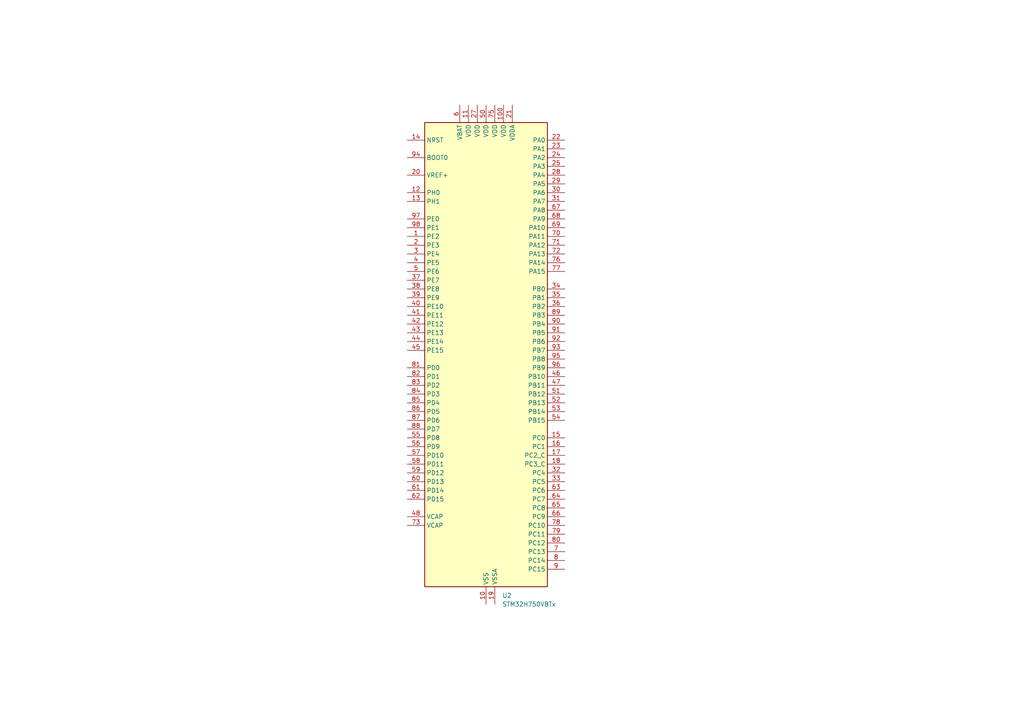
<source format=kicad_sch>
(kicad_sch (version 20250114) (generator "eeschema") (generator_version "9.0")
  (paper "A4")
  (lib_symbols
    (symbol "MCU_ST_STM32H7:STM32H750VBTx"
      (property "Reference" "U" (at -17.78 69.85 0))
      (property "Value" "STM32H750VBTx" (at 10.16 69.85 0))
      (symbol "STM32H750VBTx_0_1"
        (rectangle (start -17.78 -66.04) (end 17.78 68.58) (stroke (width 0.254)) (fill (type background)))
      )
      (symbol "STM32H750VBTx_1_1"
        (pin input line (at -22.86 63.5 0) (length 5.08) (name "NRST") (number "14"))
        (pin input line (at -22.86 58.42 0) (length 5.08) (name "BOOT0") (number "94"))
        (pin input line (at -22.86 53.34 0) (length 5.08) (name "VREF+") (number "20"))
        (pin bidirectional line (at -22.86 48.26 0) (length 5.08) (name "PH0") (number "12"))
        (pin bidirectional line (at -22.86 45.72 0) (length 5.08) (name "PH1") (number "13"))
        (pin bidirectional line (at -22.86 40.64 0) (length 5.08) (name "PE0") (number "97"))
        (pin bidirectional line (at -22.86 38.1 0) (length 5.08) (name "PE1") (number "98"))
        (pin bidirectional line (at -22.86 35.56 0) (length 5.08) (name "PE2") (number "1"))
        (pin bidirectional line (at -22.86 33.02 0) (length 5.08) (name "PE3") (number "2"))
        (pin bidirectional line (at -22.86 30.48 0) (length 5.08) (name "PE4") (number "3"))
        (pin bidirectional line (at -22.86 27.94 0) (length 5.08) (name "PE5") (number "4"))
        (pin bidirectional line (at -22.86 25.4 0) (length 5.08) (name "PE6") (number "5"))
        (pin bidirectional line (at -22.86 22.86 0) (length 5.08) (name "PE7") (number "37"))
        (pin bidirectional line (at -22.86 20.32 0) (length 5.08) (name "PE8") (number "38"))
        (pin bidirectional line (at -22.86 17.78 0) (length 5.08) (name "PE9") (number "39"))
        (pin bidirectional line (at -22.86 15.24 0) (length 5.08) (name "PE10") (number "40"))
        (pin bidirectional line (at -22.86 12.7 0) (length 5.08) (name "PE11") (number "41"))
        (pin bidirectional line (at -22.86 10.16 0) (length 5.08) (name "PE12") (number "42"))
        (pin bidirectional line (at -22.86 7.62 0) (length 5.08) (name "PE13") (number "43"))
        (pin bidirectional line (at -22.86 5.08 0) (length 5.08) (name "PE14") (number "44"))
        (pin bidirectional line (at -22.86 2.54 0) (length 5.08) (name "PE15") (number "45"))
        (pin bidirectional line (at -22.86 -2.54 0) (length 5.08) (name "PD0") (number "81"))
        (pin bidirectional line (at -22.86 -5.08 0) (length 5.08) (name "PD1") (number "82"))
        (pin bidirectional line (at -22.86 -7.62 0) (length 5.08) (name "PD2") (number "83"))
        (pin bidirectional line (at -22.86 -10.16 0) (length 5.08) (name "PD3") (number "84"))
        (pin bidirectional line (at -22.86 -12.7 0) (length 5.08) (name "PD4") (number "85"))
        (pin bidirectional line (at -22.86 -15.24 0) (length 5.08) (name "PD5") (number "86"))
        (pin bidirectional line (at -22.86 -17.78 0) (length 5.08) (name "PD6") (number "87"))
        (pin bidirectional line (at -22.86 -20.32 0) (length 5.08) (name "PD7") (number "88"))
        (pin bidirectional line (at -22.86 -22.86 0) (length 5.08) (name "PD8") (number "55"))
        (pin bidirectional line (at -22.86 -25.4 0) (length 5.08) (name "PD9") (number "56"))
        (pin bidirectional line (at -22.86 -27.94 0) (length 5.08) (name "PD10") (number "57"))
        (pin bidirectional line (at -22.86 -30.48 0) (length 5.08) (name "PD11") (number "58"))
        (pin bidirectional line (at -22.86 -33.02 0) (length 5.08) (name "PD12") (number "59"))
        (pin bidirectional line (at -22.86 -35.56 0) (length 5.08) (name "PD13") (number "60"))
        (pin bidirectional line (at -22.86 -38.1 0) (length 5.08) (name "PD14") (number "61"))
        (pin bidirectional line (at -22.86 -40.64 0) (length 5.08) (name "PD15") (number "62"))
        (pin power_out line (at -22.86 -45.72 0) (length 5.08) (name "VCAP") (number "48"))
        (pin power_out line (at -22.86 -48.26 0) (length 5.08) (name "VCAP") (number "73"))
        (pin power_in line (at -7.62 73.66 270) (length 5.08) (name "VBAT") (number "6"))
        (pin power_in line (at -5.08 73.66 270) (length 5.08) (name "VDD") (number "11"))
        (pin power_in line (at -2.54 73.66 270) (length 5.08) (name "VDD") (number "27"))
        (pin power_in line (at 0 73.66 270) (length 5.08) (name "VDD") (number "50"))
        (pin power_in line (at 0 -71.12 90) (length 5.08) (name "VSS") (number "10"))
        (pin passive line (at 0 -71.12 90) (length 5.08) (hide yes) (name "VSS") (number "26"))
        (pin passive line (at 0 -71.12 90) (length 5.08) (hide yes) (name "VSS") (number "49"))
        (pin passive line (at 0 -71.12 90) (length 5.08) (hide yes) (name "VSS") (number "74"))
        (pin passive line (at 0 -71.12 90) (length 5.08) (hide yes) (name "VSS") (number "99"))
        (pin power_in line (at 2.54 73.66 270) (length 5.08) (name "VDD") (number "75"))
        (pin power_in line (at 2.54 -71.12 90) (length 5.08) (name "VSSA") (number "19"))
        (pin power_in line (at 5.08 73.66 270) (length 5.08) (name "VDD") (number "100"))
        (pin power_in line (at 7.62 73.66 270) (length 5.08) (name "VDDA") (number "21"))
        (pin bidirectional line (at 22.86 63.5 180) (length 5.08) (name "PA0") (number "22"))
        (pin bidirectional line (at 22.86 60.96 180) (length 5.08) (name "PA1") (number "23"))
        (pin bidirectional line (at 22.86 58.42 180) (length 5.08) (name "PA2") (number "24"))
        (pin bidirectional line (at 22.86 55.88 180) (length 5.08) (name "PA3") (number "25"))
        (pin bidirectional line (at 22.86 53.34 180) (length 5.08) (name "PA4") (number "28"))
        (pin bidirectional line (at 22.86 50.8 180) (length 5.08) (name "PA5") (number "29"))
        (pin bidirectional line (at 22.86 48.26 180) (length 5.08) (name "PA6") (number "30"))
        (pin bidirectional line (at 22.86 45.72 180) (length 5.08) (name "PA7") (number "31"))
        (pin bidirectional line (at 22.86 43.18 180) (length 5.08) (name "PA8") (number "67"))
        (pin bidirectional line (at 22.86 40.64 180) (length 5.08) (name "PA9") (number "68"))
        (pin bidirectional line (at 22.86 38.1 180) (length 5.08) (name "PA10") (number "69"))
        (pin bidirectional line (at 22.86 35.56 180) (length 5.08) (name "PA11") (number "70"))
        (pin bidirectional line (at 22.86 33.02 180) (length 5.08) (name "PA12") (number "71"))
        (pin bidirectional line (at 22.86 30.48 180) (length 5.08) (name "PA13") (number "72"))
        (pin bidirectional line (at 22.86 27.94 180) (length 5.08) (name "PA14") (number "76"))
        (pin bidirectional line (at 22.86 25.4 180) (length 5.08) (name "PA15") (number "77"))
        (pin bidirectional line (at 22.86 20.32 180) (length 5.08) (name "PB0") (number "34"))
        (pin bidirectional line (at 22.86 17.78 180) (length 5.08) (name "PB1") (number "35"))
        (pin bidirectional line (at 22.86 15.24 180) (length 5.08) (name "PB2") (number "36"))
        (pin bidirectional line (at 22.86 12.7 180) (length 5.08) (name "PB3") (number "89"))
        (pin bidirectional line (at 22.86 10.16 180) (length 5.08) (name "PB4") (number "90"))
        (pin bidirectional line (at 22.86 7.62 180) (length 5.08) (name "PB5") (number "91"))
        (pin bidirectional line (at 22.86 5.08 180) (length 5.08) (name "PB6") (number "92"))
        (pin bidirectional line (at 22.86 2.54 180) (length 5.08) (name "PB7") (number "93"))
        (pin bidirectional line (at 22.86 0 180) (length 5.08) (name "PB8") (number "95"))
        (pin bidirectional line (at 22.86 -2.54 180) (length 5.08) (name "PB9") (number "96"))
        (pin bidirectional line (at 22.86 -5.08 180) (length 5.08) (name "PB10") (number "46"))
        (pin bidirectional line (at 22.86 -7.62 180) (length 5.08) (name "PB11") (number "47"))
        (pin bidirectional line (at 22.86 -10.16 180) (length 5.08) (name "PB12") (number "51"))
        (pin bidirectional line (at 22.86 -12.7 180) (length 5.08) (name "PB13") (number "52"))
        (pin bidirectional line (at 22.86 -15.24 180) (length 5.08) (name "PB14") (number "53"))
        (pin bidirectional line (at 22.86 -17.78 180) (length 5.08) (name "PB15") (number "54"))
        (pin bidirectional line (at 22.86 -22.86 180) (length 5.08) (name "PC0") (number "15"))
        (pin bidirectional line (at 22.86 -25.4 180) (length 5.08) (name "PC1") (number "16"))
        (pin bidirectional line (at 22.86 -27.94 180) (length 5.08) (name "PC2_C") (number "17"))
        (pin bidirectional line (at 22.86 -30.48 180) (length 5.08) (name "PC3_C") (number "18"))
        (pin bidirectional line (at 22.86 -33.02 180) (length 5.08) (name "PC4") (number "32"))
        (pin bidirectional line (at 22.86 -35.56 180) (length 5.08) (name "PC5") (number "33"))
        (pin bidirectional line (at 22.86 -38.1 180) (length 5.08) (name "PC6") (number "63"))
        (pin bidirectional line (at 22.86 -40.64 180) (length 5.08) (name "PC7") (number "64"))
        (pin bidirectional line (at 22.86 -43.18 180) (length 5.08) (name "PC8") (number "65"))
        (pin bidirectional line (at 22.86 -45.72 180) (length 5.08) (name "PC9") (number "66"))
        (pin bidirectional line (at 22.86 -48.26 180) (length 5.08) (name "PC10") (number "78"))
        (pin bidirectional line (at 22.86 -50.8 180) (length 5.08) (name "PC11") (number "79"))
        (pin bidirectional line (at 22.86 -53.34 180) (length 5.08) (name "PC12") (number "80"))
        (pin bidirectional line (at 22.86 -55.88 180) (length 5.08) (name "PC13") (number "7"))
        (pin bidirectional line (at 22.86 -58.42 180) (length 5.08) (name "PC14") (number "8"))
        (pin bidirectional line (at 22.86 -60.96 180) (length 5.08) (name "PC15") (number "9"))
      )
    )
  )
  (symbol (lib_id "MCU_ST_STM32H7:STM32H750VBTx") (at 140.97 104.14 0) (unit 1)
    (property "Reference" "U2" (at 145.6533 172.72 0) (effects (justify left)))
    (property "Value" "STM32H750VBTx" (at 145.6533 175.26 0) (effects (justify left)))
    (property "Footprint" "Package_QFP:LQFP-100_14x14mm_P0.5mm" (effects (hide yes)))
    (property "Datasheet" "https://www.st.com/resource/en/datasheet/stm32h750vb.pdf" (effects (hide yes)))
    (property "Description" "STMicroelectronics Arm Cortex-M7 MCU, 128KB flash, 1024KB RAM, 480 MHz, 1.71-3.6V, 82 GPIO, LQFP100" (effects (hide yes)))
    (instances (project "iW-CORE-BOARD" (path "" (reference "U2") (unit 1)) (path "" (reference "U1") (unit 1))))
  )
)
</source>
